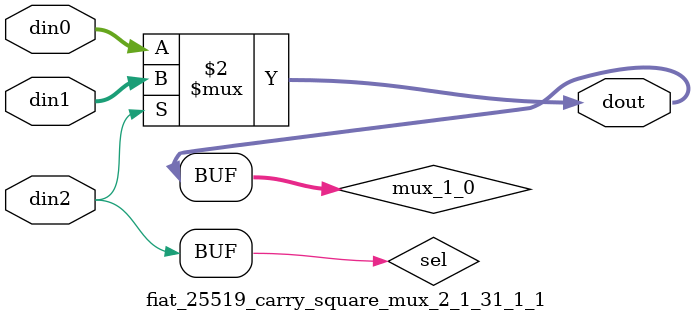
<source format=v>

`timescale 1ns/1ps

module fiat_25519_carry_square_mux_2_1_31_1_1 #(
parameter
    ID                = 0,
    NUM_STAGE         = 1,
    din0_WIDTH       = 32,
    din1_WIDTH       = 32,
    din2_WIDTH         = 32,
    dout_WIDTH            = 32
)(
    input  [30 : 0]     din0,
    input  [30 : 0]     din1,
    input  [0 : 0]    din2,
    output [30 : 0]   dout);

// puts internal signals
wire [0 : 0]     sel;
// level 1 signals
wire [30 : 0]         mux_1_0;

assign sel = din2;

// Generate level 1 logic
assign mux_1_0 = (sel[0] == 0)? din0 : din1;

// output logic
assign dout = mux_1_0;

endmodule

</source>
